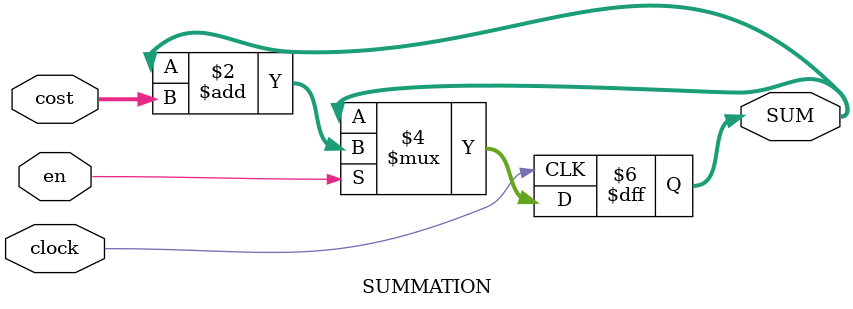
<source format=v>
`timescale 1ns / 1ps


module SUMMATION(en,clock,cost,SUM);
        input en,clock;
        input [7:0] cost;
        output [31:0] SUM;
     
reg [31:0]   SUM;
always@(posedge clock)begin

      if(en)  
                 SUM<=SUM + cost;
      
      else
                 SUM<=SUM;
           
end
        
endmodule

</source>
